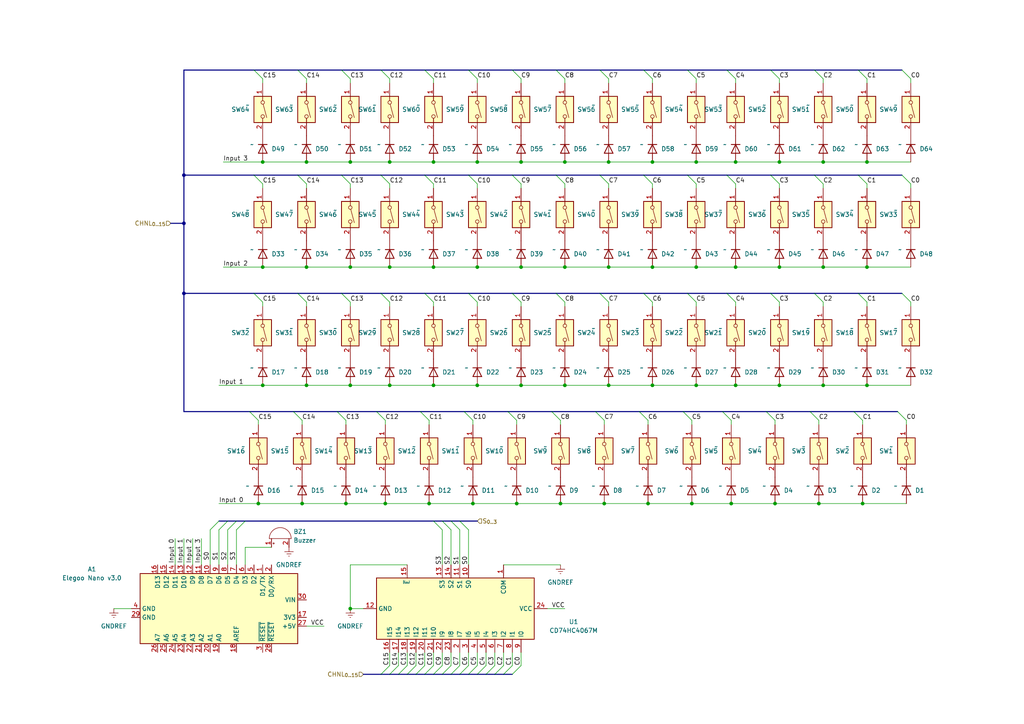
<source format=kicad_sch>
(kicad_sch (version 20230121) (generator eeschema)
  (paper "A4")
  (title_block (title "Arduino Music Sequencer") (date "2024-11-22") (rev "0"))
  (junction (at 53.34 85.09))
  (junction (at 137.16 146.05))
  (junction (at 175.26 146.05))
  (junction (at 101.6 111.76))
  (junction (at 88.9 77.47))
  (junction (at 189.23 77.47))
  (junction (at 251.46 46.99))
  (junction (at 201.93 77.47))
  (junction (at 113.03 111.76))
  (junction (at 213.36 111.76))
  (junction (at 213.36 46.99))
  (junction (at 212.09 146.05))
  (junction (at 201.93 111.76))
  (junction (at 149.86 146.05))
  (junction (at 138.43 77.47))
  (junction (at 87.63 146.05))
  (junction (at 163.83 77.47))
  (junction (at 101.6 176.53))
  (junction (at 238.76 46.99))
  (junction (at 201.93 46.99))
  (junction (at 138.43 111.76))
  (junction (at 88.9 111.76))
  (junction (at 224.79 146.05))
  (junction (at 151.13 77.47))
  (junction (at 111.76 146.05))
  (junction (at 151.13 111.76))
  (junction (at 101.6 77.47))
  (junction (at 176.53 77.47))
  (junction (at 176.53 111.76))
  (junction (at 76.2 46.99))
  (junction (at 76.2 111.76))
  (junction (at 151.13 46.99))
  (junction (at 162.56 146.05))
  (junction (at 125.73 46.99))
  (junction (at 251.46 77.47))
  (junction (at 251.46 111.76))
  (junction (at 163.83 111.76))
  (junction (at 138.43 46.99))
  (junction (at 113.03 46.99))
  (junction (at 53.34 50.8))
  (junction (at 200.66 146.05))
  (junction (at 237.49 146.05))
  (junction (at 226.06 46.99))
  (junction (at 226.06 77.47))
  (junction (at 213.36 77.47))
  (junction (at 124.46 146.05))
  (junction (at 125.73 77.47))
  (junction (at 88.9 46.99))
  (junction (at 163.83 46.99))
  (junction (at 176.53 46.99))
  (junction (at 53.34 64.77))
  (junction (at 226.06 111.76))
  (junction (at 238.76 77.47))
  (junction (at 101.6 46.99))
  (junction (at 187.96 146.05))
  (junction (at 189.23 111.76))
  (junction (at 189.23 46.99))
  (junction (at 238.76 111.76))
  (junction (at 250.19 146.05))
  (junction (at 74.93 146.05))
  (junction (at 113.03 77.47))
  (junction (at 76.2 77.47))
  (junction (at 125.73 111.76))
  (junction (at 100.33 146.05))
  (bus_entry (at 186.69 20.32) (size 2.54 2.54))
  (bus_entry (at 161.29 20.32) (size 2.54 2.54))
  (bus_entry (at 261.62 50.8) (size 2.54 2.54))
  (bus_entry (at 118.11 193.04) (size -2.54 2.54))
  (bus_entry (at 199.39 85.09) (size 2.54 2.54))
  (bus_entry (at 185.42 119.38) (size 2.54 2.54))
  (bus_entry (at 66.04 153.67) (size 2.54 -2.54))
  (bus_entry (at 261.62 20.32) (size 2.54 2.54))
  (bus_entry (at 236.22 50.8) (size 2.54 2.54))
  (bus_entry (at 199.39 50.8) (size 2.54 2.54))
  (bus_entry (at 97.79 119.38) (size 2.54 2.54))
  (bus_entry (at 143.51 193.04) (size -2.54 2.54))
  (bus_entry (at 173.99 20.32) (size 2.54 2.54))
  (bus_entry (at 99.06 85.09) (size 2.54 2.54))
  (bus_entry (at 199.39 20.32) (size 2.54 2.54))
  (bus_entry (at 222.25 119.38) (size 2.54 2.54))
  (bus_entry (at 128.27 193.04) (size -2.54 2.54))
  (bus_entry (at 110.49 85.09) (size 2.54 2.54))
  (bus_entry (at 148.59 50.8) (size 2.54 2.54))
  (bus_entry (at 236.22 85.09) (size 2.54 2.54))
  (bus_entry (at 123.19 20.32) (size 2.54 2.54))
  (bus_entry (at 123.19 193.04) (size -2.54 2.54))
  (bus_entry (at 210.82 85.09) (size 2.54 2.54))
  (bus_entry (at 133.35 193.04) (size -2.54 2.54))
  (bus_entry (at 60.96 153.67) (size 2.54 -2.54))
  (bus_entry (at 110.49 20.32) (size 2.54 2.54))
  (bus_entry (at 234.95 119.38) (size 2.54 2.54))
  (bus_entry (at 248.92 85.09) (size 2.54 2.54))
  (bus_entry (at 85.09 119.38) (size 2.54 2.54))
  (bus_entry (at 138.43 193.04) (size -2.54 2.54))
  (bus_entry (at 173.99 85.09) (size 2.54 2.54))
  (bus_entry (at 120.65 193.04) (size -2.54 2.54))
  (bus_entry (at 123.19 85.09) (size 2.54 2.54))
  (bus_entry (at 147.32 119.38) (size 2.54 2.54))
  (bus_entry (at 247.65 119.38) (size 2.54 2.54))
  (bus_entry (at 151.13 193.04) (size -2.54 2.54))
  (bus_entry (at 134.62 119.38) (size 2.54 2.54))
  (bus_entry (at 86.36 50.8) (size 2.54 2.54))
  (bus_entry (at 209.55 119.38) (size 2.54 2.54))
  (bus_entry (at 186.69 50.8) (size 2.54 2.54))
  (bus_entry (at 135.89 85.09) (size 2.54 2.54))
  (bus_entry (at 133.35 151.13) (size 2.54 2.54))
  (bus_entry (at 73.66 20.32) (size 2.54 2.54))
  (bus_entry (at 161.29 50.8) (size 2.54 2.54))
  (bus_entry (at 198.12 119.38) (size 2.54 2.54))
  (bus_entry (at 172.72 119.38) (size 2.54 2.54))
  (bus_entry (at 73.66 85.09) (size 2.54 2.54))
  (bus_entry (at 148.59 193.04) (size -2.54 2.54))
  (bus_entry (at 130.81 151.13) (size 2.54 2.54))
  (bus_entry (at 223.52 85.09) (size 2.54 2.54))
  (bus_entry (at 210.82 20.32) (size 2.54 2.54))
  (bus_entry (at 72.39 119.38) (size 2.54 2.54))
  (bus_entry (at 260.35 119.38) (size 2.54 2.54))
  (bus_entry (at 125.73 151.13) (size 2.54 2.54))
  (bus_entry (at 110.49 50.8) (size 2.54 2.54))
  (bus_entry (at 160.02 119.38) (size 2.54 2.54))
  (bus_entry (at 73.66 50.8) (size 2.54 2.54))
  (bus_entry (at 135.89 193.04) (size -2.54 2.54))
  (bus_entry (at 99.06 20.32) (size 2.54 2.54))
  (bus_entry (at 63.5 153.67) (size 2.54 -2.54))
  (bus_entry (at 135.89 50.8) (size 2.54 2.54))
  (bus_entry (at 121.92 119.38) (size 2.54 2.54))
  (bus_entry (at 109.22 119.38) (size 2.54 2.54))
  (bus_entry (at 140.97 193.04) (size -2.54 2.54))
  (bus_entry (at 113.03 193.04) (size -2.54 2.54))
  (bus_entry (at 123.19 50.8) (size 2.54 2.54))
  (bus_entry (at 173.99 50.8) (size 2.54 2.54))
  (bus_entry (at 68.58 153.67) (size 2.54 -2.54))
  (bus_entry (at 261.62 85.09) (size 2.54 2.54))
  (bus_entry (at 236.22 20.32) (size 2.54 2.54))
  (bus_entry (at 128.27 151.13) (size 2.54 2.54))
  (bus_entry (at 223.52 20.32) (size 2.54 2.54))
  (bus_entry (at 130.81 193.04) (size -2.54 2.54))
  (bus_entry (at 86.36 20.32) (size 2.54 2.54))
  (bus_entry (at 161.29 85.09) (size 2.54 2.54))
  (bus_entry (at 248.92 20.32) (size 2.54 2.54))
  (bus_entry (at 135.89 20.32) (size 2.54 2.54))
  (bus_entry (at 146.05 193.04) (size -2.54 2.54))
  (bus_entry (at 148.59 85.09) (size 2.54 2.54))
  (bus_entry (at 248.92 50.8) (size 2.54 2.54))
  (bus_entry (at 86.36 85.09) (size 2.54 2.54))
  (bus_entry (at 186.69 85.09) (size 2.54 2.54))
  (bus_entry (at 115.57 193.04) (size -2.54 2.54))
  (bus_entry (at 99.06 50.8) (size 2.54 2.54))
  (bus_entry (at 125.73 193.04) (size -2.54 2.54))
  (bus_entry (at 148.59 20.32) (size 2.54 2.54))
  (bus_entry (at 210.82 50.8) (size 2.54 2.54))
  (bus_entry (at 223.52 50.8) (size 2.54 2.54))
  (wire (pts (xy 123.19 189.23) (xy 123.19 193.04)))
  (wire (pts (xy 138.43 189.23) (xy 138.43 193.04)))
  (bus (pts (xy 135.89 50.8) (xy 148.59 50.8)))
  (wire (pts (xy 64.77 46.99) (xy 76.2 46.99)))
  (bus (pts (xy 247.65 119.38) (xy 260.35 119.38)))
  (bus (pts (xy 172.72 119.38) (xy 185.42 119.38)))
  (bus (pts (xy 185.42 119.38) (xy 198.12 119.38)))
  (wire (pts (xy 238.76 77.47) (xy 251.46 77.47)))
  (bus (pts (xy 110.49 20.32) (xy 123.19 20.32)))
  (wire (pts (xy 212.09 121.92) (xy 212.09 123.19)))
  (wire (pts (xy 133.35 189.23) (xy 133.35 193.04)))
  (wire (pts (xy 146.05 189.23) (xy 146.05 193.04)))
  (wire (pts (xy 176.53 46.99) (xy 189.23 46.99)))
  (bus (pts (xy 123.19 20.32) (xy 135.89 20.32)))
  (wire (pts (xy 163.83 77.47) (xy 176.53 77.47)))
  (bus (pts (xy 125.73 151.13) (xy 128.27 151.13)))
  (wire (pts (xy 264.16 22.86) (xy 264.16 24.13)))
  (wire (pts (xy 125.73 53.34) (xy 125.73 54.61)))
  (bus (pts (xy 248.92 85.09) (xy 261.62 85.09)))
  (wire (pts (xy 149.86 146.05) (xy 162.56 146.05)))
  (bus (pts (xy 146.05 195.58) (xy 148.59 195.58)))
  (wire (pts (xy 158.75 176.53) (xy 163.83 176.53)))
  (wire (pts (xy 133.35 153.67) (xy 133.35 163.83)))
  (wire (pts (xy 212.09 146.05) (xy 224.79 146.05)))
  (bus (pts (xy 236.22 85.09) (xy 248.92 85.09)))
  (wire (pts (xy 113.03 53.34) (xy 113.03 54.61)))
  (bus (pts (xy 148.59 50.8) (xy 161.29 50.8)))
  (wire (pts (xy 101.6 163.83) (xy 101.6 176.53)))
  (bus (pts (xy 161.29 20.32) (xy 173.99 20.32)))
  (wire (pts (xy 113.03 189.23) (xy 113.03 193.04)))
  (wire (pts (xy 64.77 77.47) (xy 76.2 77.47)))
  (wire (pts (xy 251.46 111.76) (xy 264.16 111.76)))
  (wire (pts (xy 189.23 53.34) (xy 189.23 54.61)))
  (bus (pts (xy 110.49 85.09) (xy 123.19 85.09)))
  (wire (pts (xy 200.66 121.92) (xy 200.66 123.19)))
  (wire (pts (xy 138.43 46.99) (xy 151.13 46.99)))
  (wire (pts (xy 226.06 77.47) (xy 238.76 77.47)))
  (wire (pts (xy 113.03 22.86) (xy 113.03 24.13)))
  (wire (pts (xy 55.88 156.21) (xy 55.88 163.83)))
  (wire (pts (xy 151.13 87.63) (xy 151.13 88.9)))
  (bus (pts (xy 223.52 50.8) (xy 236.22 50.8)))
  (wire (pts (xy 251.46 77.47) (xy 264.16 77.47)))
  (wire (pts (xy 111.76 146.05) (xy 124.46 146.05)))
  (wire (pts (xy 138.43 77.47) (xy 151.13 77.47)))
  (bus (pts (xy 123.19 85.09) (xy 135.89 85.09)))
  (wire (pts (xy 88.9 111.76) (xy 101.6 111.76)))
  (wire (pts (xy 213.36 87.63) (xy 213.36 88.9)))
  (wire (pts (xy 87.63 121.92) (xy 87.63 123.19)))
  (bus (pts (xy 53.34 119.38) (xy 72.39 119.38)))
  (bus (pts (xy 120.65 195.58) (xy 123.19 195.58)))
  (bus (pts (xy 198.12 119.38) (xy 209.55 119.38)))
  (wire (pts (xy 138.43 87.63) (xy 138.43 88.9)))
  (bus (pts (xy 110.49 50.8) (xy 123.19 50.8)))
  (wire (pts (xy 128.27 189.23) (xy 128.27 193.04)))
  (bus (pts (xy 134.62 119.38) (xy 147.32 119.38)))
  (wire (pts (xy 113.03 46.99) (xy 125.73 46.99)))
  (bus (pts (xy 85.09 119.38) (xy 97.79 119.38)))
  (wire (pts (xy 115.57 189.23) (xy 115.57 193.04)))
  (wire (pts (xy 238.76 53.34) (xy 238.76 54.61)))
  (wire (pts (xy 176.53 87.63) (xy 176.53 88.9)))
  (wire (pts (xy 135.89 153.67) (xy 135.89 163.83)))
  (wire (pts (xy 224.79 146.05) (xy 237.49 146.05)))
  (wire (pts (xy 213.36 46.99) (xy 226.06 46.99)))
  (wire (pts (xy 201.93 111.76) (xy 213.36 111.76)))
  (wire (pts (xy 148.59 189.23) (xy 148.59 193.04)))
  (wire (pts (xy 151.13 77.47) (xy 163.83 77.47)))
  (bus (pts (xy 133.35 151.13) (xy 138.43 151.13)))
  (wire (pts (xy 76.2 111.76) (xy 88.9 111.76)))
  (wire (pts (xy 74.93 146.05) (xy 87.63 146.05)))
  (wire (pts (xy 163.83 87.63) (xy 163.83 88.9)))
  (wire (pts (xy 71.12 158.75) (xy 78.74 158.75)))
  (wire (pts (xy 124.46 146.05) (xy 137.16 146.05)))
  (wire (pts (xy 76.2 22.86) (xy 76.2 24.13)))
  (wire (pts (xy 151.13 189.23) (xy 151.13 193.04)))
  (bus (pts (xy 123.19 195.58) (xy 125.73 195.58)))
  (bus (pts (xy 99.06 20.32) (xy 110.49 20.32)))
  (bus (pts (xy 63.5 151.13) (xy 66.04 151.13)))
  (wire (pts (xy 187.96 121.92) (xy 187.96 123.19)))
  (wire (pts (xy 76.2 53.34) (xy 76.2 54.61)))
  (wire (pts (xy 163.83 22.86) (xy 163.83 24.13)))
  (bus (pts (xy 173.99 20.32) (xy 186.69 20.32)))
  (wire (pts (xy 176.53 22.86) (xy 176.53 24.13)))
  (bus (pts (xy 186.69 85.09) (xy 199.39 85.09)))
  (wire (pts (xy 213.36 53.34) (xy 213.36 54.61)))
  (wire (pts (xy 251.46 87.63) (xy 251.46 88.9)))
  (wire (pts (xy 162.56 121.92) (xy 162.56 123.19)))
  (bus (pts (xy 186.69 50.8) (xy 199.39 50.8)))
  (wire (pts (xy 100.33 146.05) (xy 111.76 146.05)))
  (bus (pts (xy 173.99 50.8) (xy 186.69 50.8)))
  (wire (pts (xy 213.36 111.76) (xy 226.06 111.76)))
  (wire (pts (xy 101.6 46.99) (xy 113.03 46.99)))
  (wire (pts (xy 113.03 87.63) (xy 113.03 88.9)))
  (wire (pts (xy 120.65 189.23) (xy 120.65 193.04)))
  (wire (pts (xy 138.43 111.76) (xy 151.13 111.76)))
  (wire (pts (xy 66.04 153.67) (xy 66.04 163.83)))
  (bus (pts (xy 53.34 20.32) (xy 73.66 20.32)))
  (wire (pts (xy 251.46 46.99) (xy 264.16 46.99)))
  (wire (pts (xy 250.19 121.92) (xy 250.19 123.19)))
  (wire (pts (xy 138.43 22.86) (xy 138.43 24.13)))
  (wire (pts (xy 201.93 46.99) (xy 213.36 46.99)))
  (wire (pts (xy 125.73 46.99) (xy 138.43 46.99)))
  (wire (pts (xy 63.5 111.76) (xy 76.2 111.76)))
  (wire (pts (xy 68.58 153.67) (xy 68.58 163.83)))
  (bus (pts (xy 161.29 85.09) (xy 173.99 85.09)))
  (bus (pts (xy 135.89 85.09) (xy 148.59 85.09)))
  (bus (pts (xy 138.43 195.58) (xy 140.97 195.58)))
  (bus (pts (xy 49.53 64.77) (xy 53.34 64.77)))
  (wire (pts (xy 189.23 77.47) (xy 201.93 77.47)))
  (bus (pts (xy 199.39 85.09) (xy 210.82 85.09)))
  (bus (pts (xy 186.69 20.32) (xy 199.39 20.32)))
  (bus (pts (xy 248.92 20.32) (xy 261.62 20.32)))
  (bus (pts (xy 72.39 119.38) (xy 85.09 119.38)))
  (wire (pts (xy 88.9 181.61) (xy 93.98 181.61)))
  (wire (pts (xy 33.02 176.53) (xy 38.1 176.53)))
  (wire (pts (xy 125.73 189.23) (xy 125.73 193.04)))
  (bus (pts (xy 161.29 50.8) (xy 173.99 50.8)))
  (wire (pts (xy 238.76 111.76) (xy 251.46 111.76)))
  (wire (pts (xy 163.83 53.34) (xy 163.83 54.61)))
  (wire (pts (xy 128.27 153.67) (xy 128.27 163.83)))
  (wire (pts (xy 162.56 146.05) (xy 175.26 146.05)))
  (wire (pts (xy 189.23 111.76) (xy 201.93 111.76)))
  (wire (pts (xy 76.2 77.47) (xy 88.9 77.47)))
  (wire (pts (xy 238.76 46.99) (xy 251.46 46.99)))
  (bus (pts (xy 86.36 50.8) (xy 99.06 50.8)))
  (wire (pts (xy 125.73 87.63) (xy 125.73 88.9)))
  (wire (pts (xy 250.19 146.05) (xy 262.89 146.05)))
  (bus (pts (xy 248.92 50.8) (xy 261.62 50.8)))
  (wire (pts (xy 88.9 77.47) (xy 101.6 77.47)))
  (bus (pts (xy 53.34 20.32) (xy 53.34 50.8)))
  (bus (pts (xy 223.52 20.32) (xy 236.22 20.32)))
  (bus (pts (xy 133.35 195.58) (xy 135.89 195.58)))
  (wire (pts (xy 124.46 121.92) (xy 124.46 123.19)))
  (wire (pts (xy 137.16 146.05) (xy 149.86 146.05)))
  (bus (pts (xy 128.27 195.58) (xy 130.81 195.58)))
  (bus (pts (xy 148.59 20.32) (xy 161.29 20.32)))
  (bus (pts (xy 53.34 85.09) (xy 73.66 85.09)))
  (wire (pts (xy 140.97 189.23) (xy 140.97 193.04)))
  (bus (pts (xy 66.04 151.13) (xy 68.58 151.13)))
  (wire (pts (xy 189.23 87.63) (xy 189.23 88.9)))
  (wire (pts (xy 101.6 163.83) (xy 118.11 163.83)))
  (wire (pts (xy 226.06 111.76) (xy 238.76 111.76)))
  (bus (pts (xy 73.66 20.32) (xy 86.36 20.32)))
  (wire (pts (xy 251.46 53.34) (xy 251.46 54.61)))
  (wire (pts (xy 237.49 121.92) (xy 237.49 123.19)))
  (wire (pts (xy 101.6 176.53) (xy 105.41 176.53)))
  (wire (pts (xy 76.2 87.63) (xy 76.2 88.9)))
  (wire (pts (xy 213.36 22.86) (xy 213.36 24.13)))
  (wire (pts (xy 201.93 53.34) (xy 201.93 54.61)))
  (bus (pts (xy 123.19 50.8) (xy 135.89 50.8)))
  (bus (pts (xy 199.39 20.32) (xy 210.82 20.32)))
  (bus (pts (xy 143.51 195.58) (xy 146.05 195.58)))
  (wire (pts (xy 176.53 111.76) (xy 189.23 111.76)))
  (bus (pts (xy 68.58 151.13) (xy 71.12 151.13)))
  (bus (pts (xy 115.57 195.58) (xy 118.11 195.58)))
  (wire (pts (xy 137.16 121.92) (xy 137.16 123.19)))
  (bus (pts (xy 99.06 50.8) (xy 110.49 50.8)))
  (wire (pts (xy 264.16 53.34) (xy 264.16 54.61)))
  (wire (pts (xy 101.6 111.76) (xy 113.03 111.76)))
  (bus (pts (xy 210.82 20.32) (xy 223.52 20.32)))
  (wire (pts (xy 74.93 121.92) (xy 74.93 123.19)))
  (wire (pts (xy 101.6 53.34) (xy 101.6 54.61)))
  (wire (pts (xy 138.43 53.34) (xy 138.43 54.61)))
  (wire (pts (xy 111.76 121.92) (xy 111.76 123.19)))
  (wire (pts (xy 237.49 146.05) (xy 250.19 146.05)))
  (wire (pts (xy 262.89 121.92) (xy 262.89 123.19)))
  (wire (pts (xy 176.53 53.34) (xy 176.53 54.61)))
  (wire (pts (xy 125.73 22.86) (xy 125.73 24.13)))
  (wire (pts (xy 226.06 87.63) (xy 226.06 88.9)))
  (wire (pts (xy 100.33 121.92) (xy 100.33 123.19)))
  (wire (pts (xy 63.5 146.05) (xy 74.93 146.05)))
  (wire (pts (xy 135.89 189.23) (xy 135.89 193.04)))
  (wire (pts (xy 187.96 146.05) (xy 200.66 146.05)))
  (bus (pts (xy 135.89 195.58) (xy 138.43 195.58)))
  (bus (pts (xy 118.11 195.58) (xy 120.65 195.58)))
  (bus (pts (xy 109.22 119.38) (xy 121.92 119.38)))
  (wire (pts (xy 238.76 87.63) (xy 238.76 88.9)))
  (wire (pts (xy 226.06 53.34) (xy 226.06 54.61)))
  (bus (pts (xy 73.66 85.09) (xy 86.36 85.09)))
  (wire (pts (xy 238.76 22.86) (xy 238.76 24.13)))
  (bus (pts (xy 130.81 195.58) (xy 133.35 195.58)))
  (wire (pts (xy 113.03 77.47) (xy 125.73 77.47)))
  (wire (pts (xy 251.46 22.86) (xy 251.46 24.13)))
  (wire (pts (xy 201.93 77.47) (xy 213.36 77.47)))
  (bus (pts (xy 53.34 85.09) (xy 53.34 119.38)))
  (bus (pts (xy 53.34 50.8) (xy 73.66 50.8)))
  (wire (pts (xy 189.23 22.86) (xy 189.23 24.13)))
  (wire (pts (xy 58.42 156.21) (xy 58.42 163.83)))
  (bus (pts (xy 105.41 195.58) (xy 110.49 195.58)))
  (wire (pts (xy 151.13 22.86) (xy 151.13 24.13)))
  (wire (pts (xy 175.26 121.92) (xy 175.26 123.19)))
  (wire (pts (xy 151.13 53.34) (xy 151.13 54.61)))
  (bus (pts (xy 53.34 64.77) (xy 53.34 85.09)))
  (bus (pts (xy 209.55 119.38) (xy 222.25 119.38)))
  (bus (pts (xy 110.49 195.58) (xy 113.03 195.58)))
  (bus (pts (xy 236.22 50.8) (xy 248.92 50.8)))
  (bus (pts (xy 199.39 50.8) (xy 210.82 50.8)))
  (wire (pts (xy 118.11 189.23) (xy 118.11 193.04)))
  (wire (pts (xy 151.13 46.99) (xy 163.83 46.99)))
  (bus (pts (xy 86.36 85.09) (xy 99.06 85.09)))
  (wire (pts (xy 264.16 87.63) (xy 264.16 88.9)))
  (wire (pts (xy 189.23 46.99) (xy 201.93 46.99)))
  (wire (pts (xy 163.83 46.99) (xy 176.53 46.99)))
  (wire (pts (xy 130.81 153.67) (xy 130.81 163.83)))
  (bus (pts (xy 130.81 151.13) (xy 133.35 151.13)))
  (wire (pts (xy 125.73 77.47) (xy 138.43 77.47)))
  (wire (pts (xy 143.51 189.23) (xy 143.51 193.04)))
  (wire (pts (xy 101.6 22.86) (xy 101.6 24.13)))
  (wire (pts (xy 213.36 77.47) (xy 226.06 77.47)))
  (wire (pts (xy 88.9 53.34) (xy 88.9 54.61)))
  (bus (pts (xy 210.82 50.8) (xy 223.52 50.8)))
  (wire (pts (xy 101.6 87.63) (xy 101.6 88.9)))
  (wire (pts (xy 63.5 153.67) (xy 63.5 163.83)))
  (bus (pts (xy 128.27 151.13) (xy 130.81 151.13)))
  (wire (pts (xy 163.83 111.76) (xy 176.53 111.76)))
  (wire (pts (xy 201.93 87.63) (xy 201.93 88.9)))
  (bus (pts (xy 86.36 20.32) (xy 99.06 20.32)))
  (bus (pts (xy 236.22 20.32) (xy 248.92 20.32)))
  (wire (pts (xy 113.03 111.76) (xy 125.73 111.76)))
  (wire (pts (xy 151.13 111.76) (xy 163.83 111.76)))
  (wire (pts (xy 60.96 153.67) (xy 60.96 163.83)))
  (bus (pts (xy 173.99 85.09) (xy 186.69 85.09)))
  (wire (pts (xy 201.93 22.86) (xy 201.93 24.13)))
  (bus (pts (xy 160.02 119.38) (xy 172.72 119.38)))
  (bus (pts (xy 113.03 195.58) (xy 115.57 195.58)))
  (wire (pts (xy 125.73 111.76) (xy 138.43 111.76)))
  (wire (pts (xy 88.9 87.63) (xy 88.9 88.9)))
  (bus (pts (xy 234.95 119.38) (xy 247.65 119.38)))
  (bus (pts (xy 147.32 119.38) (xy 160.02 119.38)))
  (bus (pts (xy 148.59 85.09) (xy 161.29 85.09)))
  (wire (pts (xy 149.86 121.92) (xy 149.86 123.19)))
  (bus (pts (xy 97.79 119.38) (xy 109.22 119.38)))
  (wire (pts (xy 50.8 156.21) (xy 50.8 163.83)))
  (bus (pts (xy 73.66 50.8) (xy 86.36 50.8)))
  (bus (pts (xy 223.52 85.09) (xy 236.22 85.09)))
  (bus (pts (xy 125.73 195.58) (xy 128.27 195.58)))
  (wire (pts (xy 76.2 46.99) (xy 88.9 46.99)))
  (wire (pts (xy 224.79 121.92) (xy 224.79 123.19)))
  (bus (pts (xy 53.34 50.8) (xy 53.34 64.77)))
  (wire (pts (xy 88.9 22.86) (xy 88.9 24.13)))
  (wire (pts (xy 226.06 22.86) (xy 226.06 24.13)))
  (bus (pts (xy 210.82 85.09) (xy 223.52 85.09)))
  (wire (pts (xy 101.6 77.47) (xy 113.03 77.47)))
  (wire (pts (xy 130.81 189.23) (xy 130.81 193.04)))
  (bus (pts (xy 99.06 85.09) (xy 110.49 85.09)))
  (bus (pts (xy 222.25 119.38) (xy 234.95 119.38)))
  (bus (pts (xy 71.12 151.13) (xy 125.73 151.13)))
  (wire (pts (xy 53.34 156.21) (xy 53.34 163.83)))
  (wire (pts (xy 71.12 158.75) (xy 71.12 163.83)))
  (bus (pts (xy 121.92 119.38) (xy 134.62 119.38)))
  (wire (pts (xy 200.66 146.05) (xy 212.09 146.05)))
  (bus (pts (xy 135.89 20.32) (xy 148.59 20.32)))
  (wire (pts (xy 88.9 46.99) (xy 101.6 46.99)))
  (bus (pts (xy 140.97 195.58) (xy 143.51 195.58)))
  (wire (pts (xy 87.63 146.05) (xy 100.33 146.05)))
  (wire (pts (xy 146.05 163.83) (xy 162.56 163.83)))
  (wire (pts (xy 175.26 146.05) (xy 187.96 146.05)))
  (wire (pts (xy 226.06 46.99) (xy 238.76 46.99)))
  (wire (pts (xy 176.53 77.47) (xy 189.23 77.47)))
  (label "C4" (at 213.36 53.34 0))
  (label "C9" (at 128.27 193.04 90))
  (label "C3" (at 226.06 22.86 0))
  (label "C14" (at 87.63 121.92 0))
  (label "C14" (at 88.9 53.34 0))
  (label "C9" (at 151.13 53.34 0))
  (label "S3" (at 128.27 163.83 90))
  (label "C3" (at 226.06 53.34 0))
  (label "C13" (at 101.6 87.63 0))
  (label "C6" (at 189.23 22.86 0))
  (label "C10" (at 138.43 22.86 0))
  (label "C7" (at 176.53 87.63 0))
  (label "C12" (at 113.03 53.34 0))
  (label "C12" (at 120.65 193.04 90))
  (label "C10" (at 137.16 121.92 0))
  (label "C11" (at 125.73 87.63 0))
  (label "C9" (at 151.13 87.63 0))
  (label "C15" (at 113.03 193.04 90))
  (label "Input 0" (at 50.8 156.21 270))
  (label "C15" (at 74.93 121.92 0))
  (label "C8" (at 163.83 87.63 0))
  (label "C14" (at 115.57 193.04 90))
  (label "C2" (at 238.76 22.86 0))
  (label "C9" (at 151.13 22.86 0))
  (label "S2" (at 130.81 163.83 90))
  (label "C5" (at 201.93 22.86 0))
  (label "Input 3" (at 58.42 156.21 270))
  (label "C0" (at 262.89 121.92 0))
  (label "C8" (at 130.81 193.04 90))
  (label "C0" (at 264.16 22.86 0))
  (label "C0" (at 264.16 53.34 0))
  (label "C7" (at 176.53 53.34 0))
  (label "S1" (at 63.5 162.56 90))
  (label "C4" (at 212.09 121.92 0))
  (label "C14" (at 88.9 22.86 0))
  (label "C4" (at 213.36 87.63 0))
  (label "C15" (at 76.2 87.63 0))
  (label "C13" (at 118.11 193.04 90))
  (label "C3" (at 224.79 121.92 0))
  (label "C11" (at 125.73 22.86 0))
  (label "C13" (at 101.6 53.34 0))
  (label "C15" (at 76.2 22.86 0))
  (label "C7" (at 175.26 121.92 0))
  (label "C5" (at 201.93 87.63 0))
  (label "C5" (at 201.93 53.34 0))
  (label "Input 1" (at 53.34 156.21 270))
  (label "C6" (at 189.23 53.34 0))
  (label "C10" (at 138.43 87.63 0))
  (label "C13" (at 100.33 121.92 0))
  (label "C6" (at 135.89 193.04 90))
  (label "C11" (at 124.46 121.92 0))
  (label "C11" (at 125.73 53.34 0))
  (label "C1" (at 251.46 87.63 0))
  (label "Input 1" (at 63.5 111.76 0))
  (label "VCC" (at 93.98 181.61 180))
  (label "C9" (at 149.86 121.92 0))
  (label "S2" (at 66.04 162.56 90))
  (label "C4" (at 213.36 22.86 0))
  (label "Input 2" (at 64.77 77.47 0))
  (label "C12" (at 113.03 87.63 0))
  (label "C11" (at 123.19 193.04 90))
  (label "C1" (at 251.46 22.86 0))
  (label "C2" (at 238.76 53.34 0))
  (label "C12" (at 111.76 121.92 0))
  (label "S1" (at 133.35 163.83 90))
  (label "C0" (at 264.16 87.63 0))
  (label "Input 3" (at 64.77 46.99 0))
  (label "C7" (at 176.53 22.86 0))
  (label "C1" (at 251.46 53.34 0))
  (label "C6" (at 189.23 87.63 0))
  (label "C2" (at 237.49 121.92 0))
  (label "C2" (at 238.76 87.63 0))
  (label "C15" (at 76.2 53.34 0))
  (label "Input 0" (at 63.5 146.05 0))
  (label "C12" (at 113.03 22.86 0))
  (label "C2" (at 146.05 193.04 90))
  (label "C3" (at 226.06 87.63 0))
  (label "C7" (at 133.35 193.04 90))
  (label "C4" (at 140.97 193.04 90))
  (label "C10" (at 138.43 53.34 0))
  (label "C8" (at 162.56 121.92 0))
  (label "C1" (at 148.59 193.04 90))
  (label "C8" (at 163.83 53.34 0))
  (label "C6" (at 187.96 121.92 0))
  (label "C14" (at 88.9 87.63 0))
  (label "C1" (at 250.19 121.92 0))
  (label "C5" (at 200.66 121.92 0))
  (label "S0" (at 135.89 163.83 90))
  (label "S3" (at 68.58 162.56 90))
  (label "C13" (at 101.6 22.86 0))
  (label "C0" (at 151.13 193.04 90))
  (label "C3" (at 143.51 193.04 90))
  (label "VCC" (at 163.83 176.53 180))
  (label "C5" (at 138.43 193.04 90))
  (label "C10" (at 125.73 193.04 90))
  (label "Input 2" (at 55.88 156.21 270))
  (label "S0" (at 60.96 162.56 90))
  (label "C8" (at 163.83 22.86 0))
  (hierarchical_label "CHNL_{0..15}" (shape input) (at 49.53 64.77 180))
  (hierarchical_label "CHNL_{0..15}" (shape input) (at 105.41 195.58 180))
  (hierarchical_label "S_{0..3}" (shape input) (at 138.43 151.13 0))
  (symbol (lib_id "Switch:SW_DIP_x01") (at 113.03 96.52 270) (unit 1)
    (property "Reference" "SW29" (at 109.22 96.52 90) (effects (justify right)))
    (property "Value" "~" (at 109.22 95.25 90) (effects (justify right)))
  )
  (symbol (lib_id "Switch:SW_DIP_x01") (at 262.89 130.81 270) (unit 1)
    (property "Reference" "SW1" (at 259.08 130.81 90) (effects (justify right)))
    (property "Value" "~" (at 259.08 129.54 90) (effects (justify right)))
  )
  (symbol (lib_id "Switch:SW_DIP_x01") (at 226.06 96.52 270) (unit 1)
    (property "Reference" "SW20" (at 222.25 96.52 90) (effects (justify right)))
    (property "Value" "~" (at 222.25 95.25 90) (effects (justify right)))
  )
  (symbol (lib_id "Switch:SW_DIP_x01") (at 250.19 130.81 270) (unit 1)
    (property "Reference" "SW2" (at 246.38 130.81 90) (effects (justify right)))
    (property "Value" "~" (at 246.38 129.54 90) (effects (justify right)))
  )
  (symbol (lib_id "Switch:SW_DIP_x01") (at 238.76 96.52 270) (unit 1)
    (property "Reference" "SW19" (at 234.95 96.52 90) (effects (justify right)))
    (property "Value" "~" (at 234.95 95.25 90) (effects (justify right)))
  )
  (symbol (lib_id "Diode:1N914") (at 189.23 73.66 270) (unit 1)
    (property "Reference" "D42" (at 191.77 73.66 90) (effects (justify left)))
    (property "Value" "~" (at 186.69 72.39 90) (effects (justify right)))
    (property "Footprint" "Diode_THT:D_DO-35_SOD27_P7.62mm_Horizontal" (effects hide))
    (property "Datasheet" "http://www.vishay.com/docs/85622/1n914.pdf" (effects hide))
    (property "Sim.Device" "D" (effects hide))
    (property "Sim.Pins" "1=K 2=A" (effects hide))
  )
  (symbol (lib_id "Switch:SW_DIP_x01") (at 163.83 96.52 270) (unit 1)
    (property "Reference" "SW25" (at 160.02 96.52 90) (effects (justify right)))
    (property "Value" "~" (at 160.02 95.25 90) (effects (justify right)))
  )
  (symbol (lib_id "Diode:1N914") (at 74.93 142.24 270) (unit 1)
    (property "Reference" "D16" (at 77.47 142.24 90) (effects (justify left)))
    (property "Value" "~" (at 72.39 140.97 90) (effects (justify right)))
    (property "Footprint" "Diode_THT:D_DO-35_SOD27_P7.62mm_Horizontal" (effects hide))
    (property "Datasheet" "http://www.vishay.com/docs/85622/1n914.pdf" (effects hide))
    (property "Sim.Device" "D" (effects hide))
    (property "Sim.Pins" "1=K 2=A" (effects hide))
  )
  (symbol (lib_id "Diode:1N914") (at 213.36 107.95 270) (unit 1)
    (property "Reference" "D28" (at 215.9 107.95 90) (effects (justify left)))
    (property "Value" "~" (at 210.82 106.68 90) (effects (justify right)))
    (property "Footprint" "Diode_THT:D_DO-35_SOD27_P7.62mm_Horizontal" (effects hide))
    (property "Datasheet" "http://www.vishay.com/docs/85622/1n914.pdf" (effects hide))
    (property "Sim.Device" "D" (effects hide))
    (property "Sim.Pins" "1=K 2=A" (effects hide))
  )
  (symbol (lib_id "Switch:SW_DIP_x01") (at 113.03 31.75 270) (unit 1)
    (property "Reference" "SW61" (at 109.22 31.75 90) (effects (justify right)))
    (property "Value" "~" (at 109.22 30.48 90) (effects (justify right)))
  )
  (symbol (lib_id "Switch:SW_DIP_x01") (at 200.66 130.81 270) (unit 1)
    (property "Reference" "SW6" (at 196.85 130.81 90) (effects (justify right)))
    (property "Value" "~" (at 196.85 129.54 90) (effects (justify right)))
  )
  (symbol (lib_id "Diode:1N914") (at 251.46 73.66 270) (unit 1)
    (property "Reference" "D47" (at 254 73.66 90) (effects (justify left)))
    (property "Value" "~" (at 248.92 72.39 90) (effects (justify right)))
    (property "Footprint" "Diode_THT:D_DO-35_SOD27_P7.62mm_Horizontal" (effects hide))
    (property "Datasheet" "http://www.vishay.com/docs/85622/1n914.pdf" (effects hide))
    (property "Sim.Device" "D" (effects hide))
    (property "Sim.Pins" "1=K 2=A" (effects hide))
  )
  (symbol (lib_id "Switch:SW_DIP_x01") (at 111.76 130.81 270) (unit 1)
    (property "Reference" "SW13" (at 107.95 130.81 90) (effects (justify right)))
    (property "Value" "~" (at 107.95 129.54 90) (effects (justify right)))
  )
  (symbol (lib_id "Diode:1N914") (at 264.16 107.95 270) (unit 1)
    (property "Reference" "D32" (at 266.7 107.95 90) (effects (justify left)))
    (property "Value" "~" (at 261.62 106.68 90) (effects (justify right)))
    (property "Footprint" "Diode_THT:D_DO-35_SOD27_P7.62mm_Horizontal" (effects hide))
    (property "Datasheet" "http://www.vishay.com/docs/85622/1n914.pdf" (effects hide))
    (property "Sim.Device" "D" (effects hide))
    (property "Sim.Pins" "1=K 2=A" (effects hide))
  )
  (symbol (lib_id "Diode:1N914") (at 125.73 43.18 270) (unit 1)
    (property "Reference" "D53" (at 128.27 43.18 90) (effects (justify left)))
    (property "Value" "~" (at 123.19 41.91 90) (effects (justify right)))
    (property "Footprint" "Diode_THT:D_DO-35_SOD27_P7.62mm_Horizontal" (effects hide))
    (property "Datasheet" "http://www.vishay.com/docs/85622/1n914.pdf" (effects hide))
    (property "Sim.Device" "D" (effects hide))
    (property "Sim.Pins" "1=K 2=A" (effects hide))
  )
  (symbol (lib_id "Switch:SW_DIP_x01") (at 151.13 62.23 270) (unit 1)
    (property "Reference" "SW42" (at 147.32 62.23 90) (effects (justify right)))
    (property "Value" "~" (at 147.32 60.96 90) (effects (justify right)))
  )
  (symbol (lib_id "Switch:SW_DIP_x01") (at 151.13 31.75 270) (unit 1)
    (property "Reference" "SW58" (at 147.32 31.75 90) (effects (justify right)))
    (property "Value" "~" (at 147.32 30.48 90) (effects (justify right)))
  )
  (symbol (lib_id "Switch:SW_DIP_x01") (at 201.93 62.23 270) (unit 1)
    (property "Reference" "SW38" (at 198.12 62.23 90) (effects (justify right)))
    (property "Value" "~" (at 198.12 60.96 90) (effects (justify right)))
  )
  (symbol (lib_id "power:GNDREF") (at 33.02 176.53 0) (unit 1)
    (property "Reference" "#PWR01" (effects hide))
    (property "Value" "GNDREF" (at 33.02 181.61 0))
  )
  (symbol (lib_id "Switch:SW_DIP_x01") (at 238.76 62.23 270) (unit 1)
    (property "Reference" "SW35" (at 234.95 62.23 90) (effects (justify right)))
    (property "Value" "~" (at 234.95 60.96 90) (effects (justify right)))
  )
  (symbol (lib_id "Switch:SW_DIP_x01") (at 76.2 62.23 270) (unit 1)
    (property "Reference" "SW48" (at 72.39 62.23 90) (effects (justify right)))
    (property "Value" "~" (at 72.39 60.96 90) (effects (justify right)))
  )
  (symbol (lib_id "Diode:1N914") (at 224.79 142.24 270) (unit 1)
    (property "Reference" "D4" (at 227.33 142.24 90) (effects (justify left)))
    (property "Value" "~" (at 222.25 140.97 90) (effects (justify right)))
    (property "Footprint" "Diode_THT:D_DO-35_SOD27_P7.62mm_Horizontal" (effects hide))
    (property "Datasheet" "http://www.vishay.com/docs/85622/1n914.pdf" (effects hide))
    (property "Sim.Device" "D" (effects hide))
    (property "Sim.Pins" "1=K 2=A" (effects hide))
  )
  (symbol (lib_id "Switch:SW_DIP_x01") (at 100.33 130.81 270) (unit 1)
    (property "Reference" "SW14" (at 96.52 130.81 90) (effects (justify right)))
    (property "Value" "~" (at 96.52 129.54 90) (effects (justify right)))
  )
  (symbol (lib_id "Switch:SW_DIP_x01") (at 189.23 96.52 270) (unit 1)
    (property "Reference" "SW23" (at 185.42 96.52 90) (effects (justify right)))
    (property "Value" "~" (at 185.42 95.25 90) (effects (justify right)))
  )
  (symbol (lib_id "Switch:SW_DIP_x01") (at 213.36 31.75 270) (unit 1)
    (property "Reference" "SW53" (at 209.55 31.75 90) (effects (justify right)))
    (property "Value" "~" (at 209.55 30.48 90) (effects (justify right)))
  )
  (symbol (lib_id "Switch:SW_DIP_x01") (at 125.73 96.52 270) (unit 1)
    (property "Reference" "SW28" (at 121.92 96.52 90) (effects (justify right)))
    (property "Value" "~" (at 121.92 95.25 90) (effects (justify right)))
  )
  (symbol (lib_id "Diode:1N914") (at 238.76 73.66 270) (unit 1)
    (property "Reference" "D46" (at 241.3 73.66 90) (effects (justify left)))
    (property "Value" "~" (at 236.22 72.39 90) (effects (justify right)))
    (property "Footprint" "Diode_THT:D_DO-35_SOD27_P7.62mm_Horizontal" (effects hide))
    (property "Datasheet" "http://www.vishay.com/docs/85622/1n914.pdf" (effects hide))
    (property "Sim.Device" "D" (effects hide))
    (property "Sim.Pins" "1=K 2=A" (effects hide))
  )
  (symbol (lib_id "Diode:1N914") (at 76.2 107.95 270) (unit 1)
    (property "Reference" "D17" (at 78.74 107.95 90) (effects (justify left)))
    (property "Value" "~" (at 73.66 106.68 90) (effects (justify right)))
    (property "Footprint" "Diode_THT:D_DO-35_SOD27_P7.62mm_Horizontal" (effects hide))
    (property "Datasheet" "http://www.vishay.com/docs/85622/1n914.pdf" (effects hide))
    (property "Sim.Device" "D" (effects hide))
    (property "Sim.Pins" "1=K 2=A" (effects hide))
  )
  (symbol (lib_id "Switch:SW_DIP_x01") (at 87.63 130.81 270) (unit 1)
    (property "Reference" "SW15" (at 83.82 130.81 90) (effects (justify right)))
    (property "Value" "~" (at 83.82 129.54 90) (effects (justify right)))
  )
  (symbol (lib_id "Diode:1N914") (at 226.06 43.18 270) (unit 1)
    (property "Reference" "D61" (at 228.6 43.18 90) (effects (justify left)))
    (property "Value" "~" (at 223.52 41.91 90) (effects (justify right)))
    (property "Footprint" "Diode_THT:D_DO-35_SOD27_P7.62mm_Horizontal" (effects hide))
    (property "Datasheet" "http://www.vishay.com/docs/85622/1n914.pdf" (effects hide))
    (property "Sim.Device" "D" (effects hide))
    (property "Sim.Pins" "1=K 2=A" (effects hide))
  )
  (symbol (lib_id "Diode:1N914") (at 201.93 73.66 270) (unit 1)
    (property "Reference" "D43" (at 204.47 73.66 90) (effects (justify left)))
    (property "Value" "~" (at 199.39 72.39 90) (effects (justify right)))
    (property "Footprint" "Diode_THT:D_DO-35_SOD27_P7.62mm_Horizontal" (effects hide))
    (property "Datasheet" "http://www.vishay.com/docs/85622/1n914.pdf" (effects hide))
    (property "Sim.Device" "D" (effects hide))
    (property "Sim.Pins" "1=K 2=A" (effects hide))
  )
  (symbol (lib_id "Diode:1N914") (at 213.36 73.66 270) (unit 1)
    (property "Reference" "D44" (at 215.9 73.66 90) (effects (justify left)))
    (property "Value" "~" (at 210.82 72.39 90) (effects (justify right)))
    (property "Footprint" "Diode_THT:D_DO-35_SOD27_P7.62mm_Horizontal" (effects hide))
    (property "Datasheet" "http://www.vishay.com/docs/85622/1n914.pdf" (effects hide))
    (property "Sim.Device" "D" (effects hide))
    (property "Sim.Pins" "1=K 2=A" (effects hide))
  )
  (symbol (lib_id "Switch:SW_DIP_x01") (at 163.83 62.23 270) (unit 1)
    (property "Reference" "SW41" (at 160.02 62.23 90) (effects (justify right)))
    (property "Value" "~" (at 160.02 60.96 90) (effects (justify right)))
  )
  (symbol (lib_id "Switch:SW_DIP_x01") (at 163.83 31.75 270) (unit 1)
    (property "Reference" "SW57" (at 160.02 31.75 90) (effects (justify right)))
    (property "Value" "~" (at 160.02 30.48 90) (effects (justify right)))
  )
  (symbol (lib_id "MCU_Module:Arduino_Nano_v3.x") (at 63.5 176.53 270) (unit 1)
    (property "Reference" "A1" (at 26.67 165.1 90))
    (property "Value" "Elegoo Nano v3.0" (at 26.67 167.64 90))
    (property "Footprint" "Module:Arduino_Nano" (effects hide))
    (property "Datasheet" "http://www.mouser.com/pdfdocs/Gravitech_Arduino_Nano3_0.pdf" (effects hide))
  )
  (symbol (lib_id "Diode:1N914") (at 100.33 142.24 270) (unit 1)
    (property "Reference" "D14" (at 102.87 142.24 90) (effects (justify left)))
    (property "Value" "~" (at 97.79 140.97 90) (effects (justify right)))
    (property "Footprint" "Diode_THT:D_DO-35_SOD27_P7.62mm_Horizontal" (effects hide))
    (property "Datasheet" "http://www.vishay.com/docs/85622/1n914.pdf" (effects hide))
    (property "Sim.Device" "D" (effects hide))
    (property "Sim.Pins" "1=K 2=A" (effects hide))
  )
  (symbol (lib_id "Switch:SW_DIP_x01") (at 124.46 130.81 270) (unit 1)
    (property "Reference" "SW12" (at 120.65 130.81 90) (effects (justify right)))
    (property "Value" "~" (at 120.65 129.54 90) (effects (justify right)))
  )
  (symbol (lib_id "Switch:SW_DIP_x01") (at 224.79 130.81 270) (unit 1)
    (property "Reference" "SW4" (at 220.98 130.81 90) (effects (justify right)))
    (property "Value" "~" (at 220.98 129.54 90) (effects (justify right)))
  )
  (symbol (lib_id "Diode:1N914") (at 251.46 107.95 270) (unit 1)
    (property "Reference" "D31" (at 254 107.95 90) (effects (justify left)))
    (property "Value" "~" (at 248.92 106.68 90) (effects (justify right)))
    (property "Footprint" "Diode_THT:D_DO-35_SOD27_P7.62mm_Horizontal" (effects hide))
    (property "Datasheet" "http://www.vishay.com/docs/85622/1n914.pdf" (effects hide))
    (property "Sim.Device" "D" (effects hide))
    (property "Sim.Pins" "1=K 2=A" (effects hide))
  )
  (symbol (lib_id "Diode:1N914") (at 113.03 73.66 270) (unit 1)
    (property "Reference" "D36" (at 115.57 73.66 90) (effects (justify left)))
    (property "Value" "~" (at 110.49 72.39 90) (effects (justify right)))
    (property "Footprint" "Diode_THT:D_DO-35_SOD27_P7.62mm_Horizontal" (effects hide))
    (property "Datasheet" "http://www.vishay.com/docs/85622/1n914.pdf" (effects hide))
    (property "Sim.Device" "D" (effects hide))
    (property "Sim.Pins" "1=K 2=A" (effects hide))
  )
  (symbol (lib_id "Diode:1N914") (at 201.93 107.95 270) (unit 1)
    (property "Reference" "D27" (at 204.47 107.95 90) (effects (justify left)))
    (property "Value" "~" (at 199.39 106.68 90) (effects (justify right)))
    (property "Footprint" "Diode_THT:D_DO-35_SOD27_P7.62mm_Horizontal" (effects hide))
    (property "Datasheet" "http://www.vishay.com/docs/85622/1n914.pdf" (effects hide))
    (property "Sim.Device" "D" (effects hide))
    (property "Sim.Pins" "1=K 2=A" (effects hide))
  )
  (symbol (lib_id "Diode:1N914") (at 163.83 43.18 270) (unit 1)
    (property "Reference" "D56" (at 166.37 43.18 90) (effects (justify left)))
    (property "Value" "~" (at 161.29 41.91 90) (effects (justify right)))
    (property "Footprint" "Diode_THT:D_DO-35_SOD27_P7.62mm_Horizontal" (effects hide))
    (property "Datasheet" "http://www.vishay.com/docs/85622/1n914.pdf" (effects hide))
    (property "Sim.Device" "D" (effects hide))
    (property "Sim.Pins" "1=K 2=A" (effects hide))
  )
  (symbol (lib_id "Switch:SW_DIP_x01") (at 187.96 130.81 270) (unit 1)
    (property "Reference" "SW7" (at 184.15 130.81 90) (effects (justify right)))
    (property "Value" "~" (at 184.15 129.54 90) (effects (justify right)))
  )
  (symbol (lib_id "Diode:1N914") (at 176.53 107.95 270) (unit 1)
    (property "Reference" "D25" (at 179.07 107.95 90) (effects (justify left)))
    (property "Value" "~" (at 173.99 106.68 90) (effects (justify right)))
    (property "Footprint" "Diode_THT:D_DO-35_SOD27_P7.62mm_Horizontal" (effects hide))
    (property "Datasheet" "http://www.vishay.com/docs/85622/1n914.pdf" (effects hide))
    (property "Sim.Device" "D" (effects hide))
    (property "Sim.Pins" "1=K 2=A" (effects hide))
  )
  (symbol (lib_id "Switch:SW_DIP_x01") (at 251.46 62.23 270) (unit 1)
    (property "Reference" "SW34" (at 247.65 62.23 90) (effects (justify right)))
    (property "Value" "~" (at 247.65 60.96 90) (effects (justify right)))
  )
  (symbol (lib_id "Switch:SW_DIP_x01") (at 162.56 130.81 270) (unit 1)
    (property "Reference" "SW9" (at 158.75 130.81 90) (effects (justify right)))
    (property "Value" "~" (at 158.75 129.54 90) (effects (justify right)))
  )
  (symbol (lib_id "Switch:SW_DIP_x01") (at 213.36 62.23 270) (unit 1)
    (property "Reference" "SW37" (at 209.55 62.23 90) (effects (justify right)))
    (property "Value" "~" (at 209.55 60.96 90) (effects (justify right)))
  )
  (symbol (lib_id "Diode:1N914") (at 87.63 142.24 270) (unit 1)
    (property "Reference" "D15" (at 90.17 142.24 90) (effects (justify left)))
    (property "Value" "~" (at 85.09 140.97 90) (effects (justify right)))
    (property "Footprint" "Diode_THT:D_DO-35_SOD27_P7.62mm_Horizontal" (effects hide))
    (property "Datasheet" "http://www.vishay.com/docs/85622/1n914.pdf" (effects hide))
    (property "Sim.Device" "D" (effects hide))
    (property "Sim.Pins" "1=K 2=A" (effects hide))
  )
  (symbol (lib_id "Switch:SW_DIP_x01") (at 175.26 130.81 270) (unit 1)
    (property "Reference" "SW8" (at 171.45 130.81 90) (effects (justify right)))
    (property "Value" "~" (at 171.45 129.54 90) (effects (justify right)))
  )
  (symbol (lib_id "Switch:SW_DIP_x01") (at 237.49 130.81 270) (unit 1)
    (property "Reference" "SW3" (at 233.68 130.81 90) (effects (justify right)))
    (property "Value" "~" (at 233.68 129.54 90) (effects (justify right)))
  )
  (symbol (lib_id "Switch:SW_DIP_x01") (at 264.16 96.52 270) (unit 1)
    (property "Reference" "SW17" (at 260.35 96.52 90) (effects (justify right)))
    (property "Value" "~" (at 260.35 95.25 90) (effects (justify right)))
  )
  (symbol (lib_id "Diode:1N914") (at 176.53 73.66 270) (unit 1)
    (property "Reference" "D41" (at 179.07 73.66 90) (effects (justify left)))
    (property "Value" "~" (at 173.99 72.39 90) (effects (justify right)))
    (property "Footprint" "Diode_THT:D_DO-35_SOD27_P7.62mm_Horizontal" (effects hide))
    (property "Datasheet" "http://www.vishay.com/docs/85622/1n914.pdf" (effects hide))
    (property "Sim.Device" "D" (effects hide))
    (property "Sim.Pins" "1=K 2=A" (effects hide))
  )
  (symbol (lib_id "Diode:1N914") (at 264.16 43.18 270) (unit 1)
    (property "Reference" "D64" (at 266.7 43.18 90) (effects (justify left)))
    (property "Value" "~" (at 261.62 41.91 90) (effects (justify right)))
    (property "Footprint" "Diode_THT:D_DO-35_SOD27_P7.62mm_Horizontal" (effects hide))
    (property "Datasheet" "http://www.vishay.com/docs/85622/1n914.pdf" (effects hide))
    (property "Sim.Device" "D" (effects hide))
    (property "Sim.Pins" "1=K 2=A" (effects hide))
  )
  (symbol (lib_id "Diode:1N914") (at 151.13 73.66 270) (unit 1)
    (property "Reference" "D39" (at 153.67 73.66 90) (effects (justify left)))
    (property "Value" "~" (at 148.59 72.39 90) (effects (justify right)))
    (property "Footprint" "Diode_THT:D_DO-35_SOD27_P7.62mm_Horizontal" (effects hide))
    (property "Datasheet" "http://www.vishay.com/docs/85622/1n914.pdf" (effects hide))
    (property "Sim.Device" "D" (effects hide))
    (property "Sim.Pins" "1=K 2=A" (effects hide))
  )
  (symbol (lib_id "Diode:1N914") (at 226.06 107.95 270) (unit 1)
    (property "Reference" "D29" (at 228.6 107.95 90) (effects (justify left)))
    (property "Value" "~" (at 223.52 106.68 90) (effects (justify right)))
    (property "Footprint" "Diode_THT:D_DO-35_SOD27_P7.62mm_Horizontal" (effects hide))
    (property "Datasheet" "http://www.vishay.com/docs/85622/1n914.pdf" (effects hide))
    (property "Sim.Device" "D" (effects hide))
    (property "Sim.Pins" "1=K 2=A" (effects hide))
  )
  (symbol (lib_id "Diode:1N914") (at 226.06 73.66 270) (unit 1)
    (property "Reference" "D45" (at 228.6 73.66 90) (effects (justify left)))
    (property "Value" "~" (at 223.52 72.39 90) (effects (justify right)))
    (property "Footprint" "Diode_THT:D_DO-35_SOD27_P7.62mm_Horizontal" (effects hide))
    (property "Datasheet" "http://www.vishay.com/docs/85622/1n914.pdf" (effects hide))
    (property "Sim.Device" "D" (effects hide))
    (property "Sim.Pins" "1=K 2=A" (effects hide))
  )
  (symbol (lib_id "Switch:SW_DIP_x01") (at 212.09 130.81 270) (unit 1)
    (property "Reference" "SW5" (at 208.28 130.81 90) (effects (justify right)))
    (property "Value" "~" (at 208.28 129.54 90) (effects (justify right)))
  )
  (symbol (lib_id "Diode:1N914") (at 101.6 43.18 270) (unit 1)
    (property "Reference" "D51" (at 104.14 43.18 90) (effects (justify left)))
    (property "Value" "~" (at 99.06 41.91 90) (effects (justify right)))
    (property "Footprint" "Diode_THT:D_DO-35_SOD27_P7.62mm_Horizontal" (effects hide))
    (property "Datasheet" "http://www.vishay.com/docs/85622/1n914.pdf" (effects hide))
    (property "Sim.Device" "D" (effects hide))
    (property "Sim.Pins" "1=K 2=A" (effects hide))
  )
  (symbol (lib_id "Diode:1N914") (at 76.2 73.66 270) (unit 1)
    (property "Reference" "D33" (at 78.74 73.66 90) (effects (justify left)))
    (property "Value" "~" (at 73.66 72.39 90) (effects (justify right)))
    (property "Footprint" "Diode_THT:D_DO-35_SOD27_P7.62mm_Horizontal" (effects hide))
    (property "Datasheet" "http://www.vishay.com/docs/85622/1n914.pdf" (effects hide))
    (property "Sim.Device" "D" (effects hide))
    (property "Sim.Pins" "1=K 2=A" (effects hide))
  )
  (symbol (lib_id "Switch:SW_DIP_x01") (at 88.9 96.52 270) (unit 1)
    (property "Reference" "SW31" (at 85.09 96.52 90) (effects (justify right)))
    (property "Value" "~" (at 85.09 95.25 90) (effects (justify right)))
  )
  (symbol (lib_id "Switch:SW_DIP_x01") (at 264.16 31.75 270) (unit 1)
    (property "Reference" "SW49" (at 260.35 31.75 90) (effects (justify right)))
    (property "Value" "~" (at 260.35 30.48 90) (effects (justify right)))
  )
  (symbol (lib_id "Diode:1N914") (at 176.53 43.18 270) (unit 1)
    (property "Reference" "D57" (at 179.07 43.18 90) (effects (justify left)))
    (property "Value" "~" (at 173.99 41.91 90) (effects (justify right)))
    (property "Footprint" "Diode_THT:D_DO-35_SOD27_P7.62mm_Horizontal" (effects hide))
    (property "Datasheet" "http://www.vishay.com/docs/85622/1n914.pdf" (effects hide))
    (property "Sim.Device" "D" (effects hide))
    (property "Sim.Pins" "1=K 2=A" (effects hide))
  )
  (symbol (lib_id "Diode:1N914") (at 213.36 43.18 270) (unit 1)
    (property "Reference" "D60" (at 215.9 43.18 90) (effects (justify left)))
    (property "Value" "~" (at 210.82 41.91 90) (effects (justify right)))
    (property "Footprint" "Diode_THT:D_DO-35_SOD27_P7.62mm_Horizontal" (effects hide))
    (property "Datasheet" "http://www.vishay.com/docs/85622/1n914.pdf" (effects hide))
    (property "Sim.Device" "D" (effects hide))
    (property "Sim.Pins" "1=K 2=A" (effects hide))
  )
  (symbol (lib_id "power:GNDREF") (at 162.56 163.83 0) (unit 1)
    (property "Reference" "#PWR03" (effects hide))
    (property "Value" "GNDREF" (at 162.56 168.91 0))
  )
  (symbol (lib_id "Diode:1N914") (at 137.16 142.24 270) (unit 1)
    (property "Reference" "D11" (at 139.7 142.24 90) (effects (justify left)))
    (property "Value" "~" (at 134.62 140.97 90) (effects (justify right)))
    (property "Footprint" "Diode_THT:D_DO-35_SOD27_P7.62mm_Horizontal" (effects hide))
    (property "Datasheet" "http://www.vishay.com/docs/85622/1n914.pdf" (effects hide))
    (property "Sim.Device" "D" (effects hide))
    (property "Sim.Pins" "1=K 2=A" (effects hide))
  )
  (symbol (lib_id "Switch:SW_DIP_x01") (at 138.43 96.52 270) (unit 1)
    (property "Reference" "SW27" (at 134.62 96.52 90) (effects (justify right)))
    (property "Value" "~" (at 134.62 95.25 90) (effects (justify right)))
  )
  (symbol (lib_id "Diode:1N914") (at 88.9 107.95 270) (unit 1)
    (property "Reference" "D18" (at 91.44 107.95 90) (effects (justify left)))
    (property "Value" "~" (at 86.36 106.68 90) (effects (justify right)))
    (property "Footprint" "Diode_THT:D_DO-35_SOD27_P7.62mm_Horizontal" (effects hide))
    (property "Datasheet" "http://www.vishay.com/docs/85622/1n914.pdf" (effects hide))
    (property "Sim.Device" "D" (effects hide))
    (property "Sim.Pins" "1=K 2=A" (effects hide))
  )
  (symbol (lib_id "Diode:1N914") (at 200.66 142.24 270) (unit 1)
    (property "Reference" "D6" (at 203.2 142.24 90) (effects (justify left)))
    (property "Value" "~" (at 198.12 140.97 90) (effects (justify right)))
    (property "Footprint" "Diode_THT:D_DO-35_SOD27_P7.62mm_Horizontal" (effects hide))
    (property "Datasheet" "http://www.vishay.com/docs/85622/1n914.pdf" (effects hide))
    (property "Sim.Device" "D" (effects hide))
    (property "Sim.Pins" "1=K 2=A" (effects hide))
  )
  (symbol (lib_id "Switch:SW_DIP_x01") (at 137.16 130.81 270) (unit 1)
    (property "Reference" "SW11" (at 133.35 130.81 90) (effects (justify right)))
    (property "Value" "~" (at 133.35 129.54 90) (effects (justify right)))
  )
  (symbol (lib_id "Diode:1N914") (at 125.73 107.95 270) (unit 1)
    (property "Reference" "D21" (at 128.27 107.95 90) (effects (justify left)))
    (property "Value" "~" (at 123.19 106.68 90) (effects (justify right)))
    (property "Footprint" "Diode_THT:D_DO-35_SOD27_P7.62mm_Horizontal" (effects hide))
    (property "Datasheet" "http://www.vishay.com/docs/85622/1n914.pdf" (effects hide))
    (property "Sim.Device" "D" (effects hide))
    (property "Sim.Pins" "1=K 2=A" (effects hide))
  )
  (symbol (lib_id "Diode:1N914") (at 175.26 142.24 270) (unit 1)
    (property "Reference" "D8" (at 177.8 142.24 90) (effects (justify left)))
    (property "Value" "~" (at 172.72 140.97 90) (effects (justify right)))
    (property "Footprint" "Diode_THT:D_DO-35_SOD27_P7.62mm_Horizontal" (effects hide))
    (property "Datasheet" "http://www.vishay.com/docs/85622/1n914.pdf" (effects hide))
    (property "Sim.Device" "D" (effects hide))
    (property "Sim.Pins" "1=K 2=A" (effects hide))
  )
  (symbol (lib_id "Diode:1N914") (at 212.09 142.24 270) (unit 1)
    (property "Reference" "D5" (at 214.63 142.24 90) (effects (justify left)))
    (property "Value" "~" (at 209.55 140.97 90) (effects (justify right)))
    (property "Footprint" "Diode_THT:D_DO-35_SOD27_P7.62mm_Horizontal" (effects hide))
    (property "Datasheet" "http://www.vishay.com/docs/85622/1n914.pdf" (effects hide))
    (property "Sim.Device" "D" (effects hide))
    (property "Sim.Pins" "1=K 2=A" (effects hide))
  )
  (symbol (lib_id "Switch:SW_DIP_x01") (at 189.23 62.23 270) (unit 1)
    (property "Reference" "SW39" (at 185.42 62.23 90) (effects (justify right)))
    (property "Value" "~" (at 185.42 60.96 90) (effects (justify right)))
  )
  (symbol (lib_id "Switch:SW_DIP_x01") (at 189.23 31.75 270) (unit 1)
    (property "Reference" "SW55" (at 185.42 31.75 90) (effects (justify right)))
    (property "Value" "~" (at 185.42 30.48 90) (effects (justify right)))
  )
  (symbol (lib_id "Switch:SW_DIP_x01") (at 176.53 31.75 270) (unit 1)
    (property "Reference" "SW56" (at 172.72 31.75 90) (effects (justify right)))
    (property "Value" "~" (at 172.72 30.48 90) (effects (justify right)))
  )
  (symbol (lib_id "Switch:SW_DIP_x01") (at 213.36 96.52 270) (unit 1)
    (property "Reference" "SW21" (at 209.55 96.52 90) (effects (justify right)))
    (property "Value" "~" (at 209.55 95.25 90) (effects (justify right)))
  )
  (symbol (lib_id "Switch:SW_DIP_x01") (at 264.16 62.23 270) (unit 1)
    (property "Reference" "SW33" (at 260.35 62.23 90) (effects (justify right)))
    (property "Value" "~" (at 260.35 60.96 90) (effects (justify right)))
  )
  (symbol (lib_id "74xx:CD74HC4067M") (at 133.35 176.53 270) (unit 1)
    (property "Reference" "U1" (at 166.37 180.34 90))
    (property "Value" "CD74HC4067M" (at 166.37 182.88 90))
    (property "Footprint" "Package_SO:SOIC-24W_7.5x15.4mm_P1.27mm" (effects hide))
    (property "Datasheet" "http://www.ti.com/lit/ds/symlink/cd74hc4067.pdf" (effects hide))
  )
  (symbol (lib_id "Diode:1N914") (at 264.16 73.66 270) (unit 1)
    (property "Reference" "D48" (at 266.7 73.66 90) (effects (justify left)))
    (property "Value" "~" (at 261.62 72.39 90) (effects (justify right)))
    (property "Footprint" "Diode_THT:D_DO-35_SOD27_P7.62mm_Horizontal" (effects hide))
    (property "Datasheet" "http://www.vishay.com/docs/85622/1n914.pdf" (effects hide))
    (property "Sim.Device" "D" (effects hide))
    (property "Sim.Pins" "1=K 2=A" (effects hide))
  )
  (symbol (lib_id "Switch:SW_DIP_x01") (at 125.73 31.75 270) (unit 1)
    (property "Reference" "SW60" (at 121.92 31.75 90) (effects (justify right)))
    (property "Value" "~" (at 121.92 30.48 90) (effects (justify right)))
  )
  (symbol (lib_id "Switch:SW_DIP_x01") (at 88.9 31.75 270) (unit 1)
    (property "Reference" "SW63" (at 85.09 31.75 90) (effects (justify right)))
    (property "Value" "~" (at 85.09 30.48 90) (effects (justify right)))
  )
  (symbol (lib_id "Switch:SW_DIP_x01") (at 149.86 130.81 270) (unit 1)
    (property "Reference" "SW10" (at 146.05 130.81 90) (effects (justify right)))
    (property "Value" "~" (at 146.05 129.54 90) (effects (justify right)))
  )
  (symbol (lib_id "Diode:1N914") (at 250.19 142.24 270) (unit 1)
    (property "Reference" "D2" (at 252.73 142.24 90) (effects (justify left)))
    (property "Value" "~" (at 247.65 140.97 90) (effects (justify right)))
    (property "Footprint" "Diode_THT:D_DO-35_SOD27_P7.62mm_Horizontal" (effects hide))
    (property "Datasheet" "http://www.vishay.com/docs/85622/1n914.pdf" (effects hide))
    (property "Sim.Device" "D" (effects hide))
    (property "Sim.Pins" "1=K 2=A" (effects hide))
  )
  (symbol (lib_id "Diode:1N914") (at 101.6 73.66 270) (unit 1)
    (property "Reference" "D35" (at 104.14 73.66 90) (effects (justify left)))
    (property "Value" "~" (at 99.06 72.39 90) (effects (justify right)))
    (property "Footprint" "Diode_THT:D_DO-35_SOD27_P7.62mm_Horizontal" (effects hide))
    (property "Datasheet" "http://www.vishay.com/docs/85622/1n914.pdf" (effects hide))
    (property "Sim.Device" "D" (effects hide))
    (property "Sim.Pins" "1=K 2=A" (effects hide))
  )
  (symbol (lib_id "power:GNDREF") (at 101.6 176.53 0) (unit 1)
    (property "Reference" "#PWR02" (effects hide))
    (property "Value" "GNDREF" (at 101.6 181.61 0))
  )
  (symbol (lib_id "Switch:SW_DIP_x01") (at 125.73 62.23 270) (unit 1)
    (property "Reference" "SW44" (at 121.92 62.23 90) (effects (justify right)))
    (property "Value" "~" (at 121.92 60.96 90) (effects (justify right)))
  )
  (symbol (lib_id "Diode:1N914") (at 149.86 142.24 270) (unit 1)
    (property "Reference" "D10" (at 152.4 142.24 90) (effects (justify left)))
    (property "Value" "~" (at 147.32 140.97 90) (effects (justify right)))
    (property "Footprint" "Diode_THT:D_DO-35_SOD27_P7.62mm_Horizontal" (effects hide))
    (property "Datasheet" "http://www.vishay.com/docs/85622/1n914.pdf" (effects hide))
    (property "Sim.Device" "D" (effects hide))
    (property "Sim.Pins" "1=K 2=A" (effects hide))
  )
  (symbol (lib_id "Switch:SW_DIP_x01") (at 76.2 31.75 270) (unit 1)
    (property "Reference" "SW64" (at 72.39 31.75 90) (effects (justify right)))
    (property "Value" "~" (at 72.39 30.48 90) (effects (justify right)))
  )
  (symbol (lib_id "Switch:SW_DIP_x01") (at 201.93 31.75 270) (unit 1)
    (property "Reference" "SW54" (at 198.12 31.75 90) (effects (justify right)))
    (property "Value" "~" (at 198.12 30.48 90) (effects (justify right)))
  )
  (symbol (lib_id "Switch:SW_DIP_x01") (at 251.46 31.75 270) (unit 1)
    (property "Reference" "SW50" (at 247.65 31.75 90) (effects (justify right)))
    (property "Value" "~" (at 247.65 30.48 90) (effects (justify right)))
  )
  (symbol (lib_id "Diode:1N914") (at 187.96 142.24 270) (unit 1)
    (property "Reference" "D7" (at 190.5 142.24 90) (effects (justify left)))
    (property "Value" "~" (at 185.42 140.97 90) (effects (justify right)))
    (property "Footprint" "Diode_THT:D_DO-35_SOD27_P7.62mm_Horizontal" (effects hide))
    (property "Datasheet" "http://www.vishay.com/docs/85622/1n914.pdf" (effects hide))
    (property "Sim.Device" "D" (effects hide))
    (property "Sim.Pins" "1=K 2=A" (effects hide))
  )
  (symbol (lib_id "Diode:1N914") (at 125.73 73.66 270) (unit 1)
    (property "Reference" "D37" (at 128.27 73.66 90) (effects (justify left)))
    (property "Value" "~" (at 123.19 72.39 90) (effects (justify right)))
    (property "Footprint" "Diode_THT:D_DO-35_SOD27_P7.62mm_Horizontal" (effects hide))
    (property "Datasheet" "http://www.vishay.com/docs/85622/1n914.pdf" (effects hide))
    (property "Sim.Device" "D" (effects hide))
    (property "Sim.Pins" "1=K 2=A" (effects hide))
  )
  (symbol (lib_id "Diode:1N914") (at 111.76 142.24 270) (unit 1)
    (property "Reference" "D13" (at 114.3 142.24 90) (effects (justify left)))
    (property "Value" "~" (at 109.22 140.97 90) (effects (justify right)))
    (property "Footprint" "Diode_THT:D_DO-35_SOD27_P7.62mm_Horizontal" (effects hide))
    (property "Datasheet" "http://www.vishay.com/docs/85622/1n914.pdf" (effects hide))
    (property "Sim.Device" "D" (effects hide))
    (property "Sim.Pins" "1=K 2=A" (effects hide))
  )
  (symbol (lib_id "power:GNDREF") (at 83.82 158.75 0) (unit 1)
    (property "Reference" "#PWR04" (effects hide))
    (property "Value" "GNDREF" (at 83.82 163.83 0))
  )
  (symbol (lib_id "Switch:SW_DIP_x01") (at 101.6 62.23 270) (unit 1)
    (property "Reference" "SW46" (at 97.79 62.23 90) (effects (justify right)))
    (property "Value" "~" (at 97.79 60.96 90) (effects (justify right)))
  )
  (symbol (lib_id "Switch:SW_DIP_x01") (at 138.43 31.75 270) (unit 1)
    (property "Reference" "SW59" (at 134.62 31.75 90) (effects (justify right)))
    (property "Value" "~" (at 134.62 30.48 90) (effects (justify right)))
  )
  (symbol (lib_id "Device:Buzzer") (at 81.28 156.21 90) (unit 1)
    (property "Reference" "BZ1" (at 85.09 154.1849 90) (effects (justify right)))
    (property "Value" "Buzzer" (at 85.09 156.7249 90) (effects (justify right)))
  )
  (symbol (lib_id "Diode:1N914") (at 163.83 107.95 270) (unit 1)
    (property "Reference" "D24" (at 166.37 107.95 90) (effects (justify left)))
    (property "Value" "~" (at 161.29 106.68 90) (effects (justify right)))
    (property "Footprint" "Diode_THT:D_DO-35_SOD27_P7.62mm_Horizontal" (effects hide))
    (property "Datasheet" "http://www.vishay.com/docs/85622/1n914.pdf" (effects hide))
    (property "Sim.Device" "D" (effects hide))
    (property "Sim.Pins" "1=K 2=A" (effects hide))
  )
  (symbol (lib_id "Diode:1N914") (at 262.89 142.24 270) (unit 1)
    (property "Reference" "D1" (at 265.43 142.24 90) (effects (justify left)))
    (property "Value" "~" (at 260.35 140.97 90) (effects (justify right)))
    (property "Footprint" "Diode_THT:D_DO-35_SOD27_P7.62mm_Horizontal" (effects hide))
    (property "Datasheet" "http://www.vishay.com/docs/85622/1n914.pdf" (effects hide))
    (property "Sim.Device" "D" (effects hide))
    (property "Sim.Pins" "1=K 2=A" (effects hide))
  )
  (symbol (lib_id "Diode:1N914") (at 251.46 43.18 270) (unit 1)
    (property "Reference" "D63" (at 254 43.18 90) (effects (justify left)))
    (property "Value" "~" (at 248.92 41.91 90) (effects (justify right)))
    (property "Footprint" "Diode_THT:D_DO-35_SOD27_P7.62mm_Horizontal" (effects hide))
    (property "Datasheet" "http://www.vishay.com/docs/85622/1n914.pdf" (effects hide))
    (property "Sim.Device" "D" (effects hide))
    (property "Sim.Pins" "1=K 2=A" (effects hide))
  )
  (symbol (lib_id "Diode:1N914") (at 124.46 142.24 270) (unit 1)
    (property "Reference" "D12" (at 127 142.24 90) (effects (justify left)))
    (property "Value" "~" (at 121.92 140.97 90) (effects (justify right)))
    (property "Footprint" "Diode_THT:D_DO-35_SOD27_P7.62mm_Horizontal" (effects hide))
    (property "Datasheet" "http://www.vishay.com/docs/85622/1n914.pdf" (effects hide))
    (property "Sim.Device" "D" (effects hide))
    (property "Sim.Pins" "1=K 2=A" (effects hide))
  )
  (symbol (lib_id "Diode:1N914") (at 88.9 73.66 270) (unit 1)
    (property "Reference" "D34" (at 91.44 73.66 90) (effects (justify left)))
    (property "Value" "~" (at 86.36 72.39 90) (effects (justify right)))
    (property "Footprint" "Diode_THT:D_DO-35_SOD27_P7.62mm_Horizontal" (effects hide))
    (property "Datasheet" "http://www.vishay.com/docs/85622/1n914.pdf" (effects hide))
    (property "Sim.Device" "D" (effects hide))
    (property "Sim.Pins" "1=K 2=A" (effects hide))
  )
  (symbol (lib_id "Diode:1N914") (at 201.93 43.18 270) (unit 1)
    (property "Reference" "D59" (at 204.47 43.18 90) (effects (justify left)))
    (property "Value" "~" (at 199.39 41.91 90) (effects (justify right)))
    (property "Footprint" "Diode_THT:D_DO-35_SOD27_P7.62mm_Horizontal" (effects hide))
    (property "Datasheet" "http://www.vishay.com/docs/85622/1n914.pdf" (effects hide))
    (property "Sim.Device" "D" (effects hide))
    (property "Sim.Pins" "1=K 2=A" (effects hide))
  )
  (symbol (lib_id "Diode:1N914") (at 113.03 107.95 270) (unit 1)
    (property "Reference" "D20" (at 115.57 107.95 90) (effects (justify left)))
    (property "Value" "~" (at 110.49 106.68 90) (effects (justify right)))
    (property "Footprint" "Diode_THT:D_DO-35_SOD27_P7.62mm_Horizontal" (effects hide))
    (property "Datasheet" "http://www.vishay.com/docs/85622/1n914.pdf" (effects hide))
    (property "Sim.Device" "D" (effects hide))
    (property "Sim.Pins" "1=K 2=A" (effects hide))
  )
  (symbol (lib_id "Switch:SW_DIP_x01") (at 76.2 96.52 270) (unit 1)
    (property "Reference" "SW32" (at 72.39 96.52 90) (effects (justify right)))
    (property "Value" "~" (at 72.39 95.25 90) (effects (justify right)))
  )
  (symbol (lib_id "Diode:1N914") (at 88.9 43.18 270) (unit 1)
    (property "Reference" "D50" (at 91.44 43.18 90) (effects (justify left)))
    (property "Value" "~" (at 86.36 41.91 90) (effects (justify right)))
    (property "Footprint" "Diode_THT:D_DO-35_SOD27_P7.62mm_Horizontal" (effects hide))
    (property "Datasheet" "http://www.vishay.com/docs/85622/1n914.pdf" (effects hide))
    (property "Sim.Device" "D" (effects hide))
    (property "Sim.Pins" "1=K 2=A" (effects hide))
  )
  (symbol (lib_id "Switch:SW_DIP_x01") (at 251.46 96.52 270) (unit 1)
    (property "Reference" "SW18" (at 247.65 96.52 90) (effects (justify right)))
    (property "Value" "~" (at 247.65 95.25 90) (effects (justify right)))
  )
  (symbol (lib_id "Diode:1N914") (at 151.13 43.18 270) (unit 1)
    (property "Reference" "D55" (at 153.67 43.18 90) (effects (justify left)))
    (property "Value" "~" (at 148.59 41.91 90) (effects (justify right)))
    (property "Footprint" "Diode_THT:D_DO-35_SOD27_P7.62mm_Horizontal" (effects hide))
    (property "Datasheet" "http://www.vishay.com/docs/85622/1n914.pdf" (effects hide))
    (property "Sim.Device" "D" (effects hide))
    (property "Sim.Pins" "1=K 2=A" (effects hide))
  )
  (symbol (lib_id "Switch:SW_DIP_x01") (at 151.13 96.52 270) (unit 1)
    (property "Reference" "SW26" (at 147.32 96.52 90) (effects (justify right)))
    (property "Value" "~" (at 147.32 95.25 90) (effects (justify right)))
  )
  (symbol (lib_id "Switch:SW_DIP_x01") (at 138.43 62.23 270) (unit 1)
    (property "Reference" "SW43" (at 134.62 62.23 90) (effects (justify right)))
    (property "Value" "~" (at 134.62 60.96 90) (effects (justify right)))
  )
  (symbol (lib_id "Diode:1N914") (at 162.56 142.24 270) (unit 1)
    (property "Reference" "D9" (at 165.1 142.24 90) (effects (justify left)))
    (property "Value" "~" (at 160.02 140.97 90) (effects (justify right)))
    (property "Footprint" "Diode_THT:D_DO-35_SOD27_P7.62mm_Horizontal" (effects hide))
    (property "Datasheet" "http://www.vishay.com/docs/85622/1n914.pdf" (effects hide))
    (property "Sim.Device" "D" (effects hide))
    (property "Sim.Pins" "1=K 2=A" (effects hide))
  )
  (symbol (lib_id "Switch:SW_DIP_x01") (at 238.76 31.75 270) (unit 1)
    (property "Reference" "SW51" (at 234.95 31.75 90) (effects (justify right)))
    (property "Value" "~" (at 234.95 30.48 90) (effects (justify right)))
  )
  (symbol (lib_id "Diode:1N914") (at 189.23 43.18 270) (unit 1)
    (property "Reference" "D58" (at 191.77 43.18 90) (effects (justify left)))
    (property "Value" "~" (at 186.69 41.91 90) (effects (justify right)))
    (property "Footprint" "Diode_THT:D_DO-35_SOD27_P7.62mm_Horizontal" (effects hide))
    (property "Datasheet" "http://www.vishay.com/docs/85622/1n914.pdf" (effects hide))
    (property "Sim.Device" "D" (effects hide))
    (property "Sim.Pins" "1=K 2=A" (effects hide))
  )
  (symbol (lib_id "Switch:SW_DIP_x01") (at 74.93 130.81 270) (unit 1)
    (property "Reference" "SW16" (at 71.12 130.81 90) (effects (justify right)))
    (property "Value" "~" (at 71.12 129.54 90) (effects (justify right)))
  )
  (symbol (lib_id "Switch:SW_DIP_x01") (at 226.06 31.75 270) (unit 1)
    (property "Reference" "SW52" (at 222.25 31.75 90) (effects (justify right)))
    (property "Value" "~" (at 222.25 30.48 90) (effects (justify right)))
  )
  (symbol (lib_id "Diode:1N914") (at 238.76 43.18 270) (unit 1)
    (property "Reference" "D62" (at 241.3 43.18 90) (effects (justify left)))
    (property "Value" "~" (at 236.22 41.91 90) (effects (justify right)))
    (property "Footprint" "Diode_THT:D_DO-35_SOD27_P7.62mm_Horizontal" (effects hide))
    (property "Datasheet" "http://www.vishay.com/docs/85622/1n914.pdf" (effects hide))
    (property "Sim.Device" "D" (effects hide))
    (property "Sim.Pins" "1=K 2=A" (effects hide))
  )
  (symbol (lib_id "Switch:SW_DIP_x01") (at 101.6 96.52 270) (unit 1)
    (property "Reference" "SW30" (at 97.79 96.52 90) (effects (justify right)))
    (property "Value" "~" (at 97.79 95.25 90) (effects (justify right)))
  )
  (symbol (lib_id "Diode:1N914") (at 138.43 43.18 270) (unit 1)
    (property "Reference" "D54" (at 140.97 43.18 90) (effects (justify left)))
    (property "Value" "~" (at 135.89 41.91 90) (effects (justify right)))
    (property "Footprint" "Diode_THT:D_DO-35_SOD27_P7.62mm_Horizontal" (effects hide))
    (property "Datasheet" "http://www.vishay.com/docs/85622/1n914.pdf" (effects hide))
    (property "Sim.Device" "D" (effects hide))
    (property "Sim.Pins" "1=K 2=A" (effects hide))
  )
  (symbol (lib_id "Switch:SW_DIP_x01") (at 176.53 96.52 270) (unit 1)
    (property "Reference" "SW24" (at 172.72 96.52 90) (effects (justify right)))
    (property "Value" "~" (at 172.72 95.25 90) (effects (justify right)))
  )
  (symbol (lib_id "Diode:1N914") (at 138.43 107.95 270) (unit 1)
    (property "Reference" "D22" (at 140.97 107.95 90) (effects (justify left)))
    (property "Value" "~" (at 135.89 106.68 90) (effects (justify right)))
    (property "Footprint" "Diode_THT:D_DO-35_SOD27_P7.62mm_Horizontal" (effects hide))
    (property "Datasheet" "http://www.vishay.com/docs/85622/1n914.pdf" (effects hide))
    (property "Sim.Device" "D" (effects hide))
    (property "Sim.Pins" "1=K 2=A" (effects hide))
  )
  (symbol (lib_id "Diode:1N914") (at 76.2 43.18 270) (unit 1)
    (property "Reference" "D49" (at 78.74 43.18 90) (effects (justify left)))
    (property "Value" "~" (at 73.66 41.91 90) (effects (justify right)))
    (property "Footprint" "Diode_THT:D_DO-35_SOD27_P7.62mm_Horizontal" (effects hide))
    (property "Datasheet" "http://www.vishay.com/docs/85622/1n914.pdf" (effects hide))
    (property "Sim.Device" "D" (effects hide))
    (property "Sim.Pins" "1=K 2=A" (effects hide))
  )
  (symbol (lib_id "Diode:1N914") (at 237.49 142.24 270) (unit 1)
    (property "Reference" "D3" (at 240.03 142.24 90) (effects (justify left)))
    (property "Value" "~" (at 234.95 140.97 90) (effects (justify right)))
    (property "Footprint" "Diode_THT:D_DO-35_SOD27_P7.62mm_Horizontal" (effects hide))
    (property "Datasheet" "http://www.vishay.com/docs/85622/1n914.pdf" (effects hide))
    (property "Sim.Device" "D" (effects hide))
    (property "Sim.Pins" "1=K 2=A" (effects hide))
  )
  (symbol (lib_id "Switch:SW_DIP_x01") (at 101.6 31.75 270) (unit 1)
    (property "Reference" "SW62" (at 97.79 31.75 90) (effects (justify right)))
    (property "Value" "~" (at 97.79 30.48 90) (effects (justify right)))
  )
  (symbol (lib_id "Diode:1N914") (at 113.03 43.18 270) (unit 1)
    (property "Reference" "D52" (at 115.57 43.18 90) (effects (justify left)))
    (property "Value" "~" (at 110.49 41.91 90) (effects (justify right)))
    (property "Footprint" "Diode_THT:D_DO-35_SOD27_P7.62mm_Horizontal" (effects hide))
    (property "Datasheet" "http://www.vishay.com/docs/85622/1n914.pdf" (effects hide))
    (property "Sim.Device" "D" (effects hide))
    (property "Sim.Pins" "1=K 2=A" (effects hide))
  )
  (symbol (lib_id "Switch:SW_DIP_x01") (at 201.93 96.52 270) (unit 1)
    (property "Reference" "SW22" (at 198.12 96.52 90) (effects (justify right)))
    (property "Value" "~" (at 198.12 95.25 90) (effects (justify right)))
  )
  (symbol (lib_id "Diode:1N914") (at 101.6 107.95 270) (unit 1)
    (property "Reference" "D19" (at 104.14 107.95 90) (effects (justify left)))
    (property "Value" "~" (at 99.06 106.68 90) (effects (justify right)))
    (property "Footprint" "Diode_THT:D_DO-35_SOD27_P7.62mm_Horizontal" (effects hide))
    (property "Datasheet" "http://www.vishay.com/docs/85622/1n914.pdf" (effects hide))
    (property "Sim.Device" "D" (effects hide))
    (property "Sim.Pins" "1=K 2=A" (effects hide))
  )
  (symbol (lib_id "Diode:1N914") (at 163.83 73.66 270) (unit 1)
    (property "Reference" "D40" (at 166.37 73.66 90) (effects (justify left)))
    (property "Value" "~" (at 161.29 72.39 90) (effects (justify right)))
    (property "Footprint" "Diode_THT:D_DO-35_SOD27_P7.62mm_Horizontal" (effects hide))
    (property "Datasheet" "http://www.vishay.com/docs/85622/1n914.pdf" (effects hide))
    (property "Sim.Device" "D" (effects hide))
    (property "Sim.Pins" "1=K 2=A" (effects hide))
  )
  (symbol (lib_id "Diode:1N914") (at 138.43 73.66 270) (unit 1)
    (property "Reference" "D38" (at 140.97 73.66 90) (effects (justify left)))
    (property "Value" "~" (at 135.89 72.39 90) (effects (justify right)))
    (property "Footprint" "Diode_THT:D_DO-35_SOD27_P7.62mm_Horizontal" (effects hide))
    (property "Datasheet" "http://www.vishay.com/docs/85622/1n914.pdf" (effects hide))
    (property "Sim.Device" "D" (effects hide))
    (property "Sim.Pins" "1=K 2=A" (effects hide))
  )
  (symbol (lib_id "Switch:SW_DIP_x01") (at 113.03 62.23 270) (unit 1)
    (property "Reference" "SW45" (at 109.22 62.23 90) (effects (justify right)))
    (property "Value" "~" (at 109.22 60.96 90) (effects (justify right)))
  )
  (symbol (lib_id "Diode:1N914") (at 189.23 107.95 270) (unit 1)
    (property "Reference" "D26" (at 191.77 107.95 90) (effects (justify left)))
    (property "Value" "~" (at 186.69 106.68 90) (effects (justify right)))
    (property "Footprint" "Diode_THT:D_DO-35_SOD27_P7.62mm_Horizontal" (effects hide))
    (property "Datasheet" "http://www.vishay.com/docs/85622/1n914.pdf" (effects hide))
    (property "Sim.Device" "D" (effects hide))
    (property "Sim.Pins" "1=K 2=A" (effects hide))
  )
  (symbol (lib_id "Diode:1N914") (at 151.13 107.95 270) (unit 1)
    (property "Reference" "D23" (at 153.67 107.95 90) (effects (justify left)))
    (property "Value" "~" (at 148.59 106.68 90) (effects (justify right)))
    (property "Footprint" "Diode_THT:D_DO-35_SOD27_P7.62mm_Horizontal" (effects hide))
    (property "Datasheet" "http://www.vishay.com/docs/85622/1n914.pdf" (effects hide))
    (property "Sim.Device" "D" (effects hide))
    (property "Sim.Pins" "1=K 2=A" (effects hide))
  )
  (symbol (lib_id "Switch:SW_DIP_x01") (at 226.06 62.23 270) (unit 1)
    (property "Reference" "SW36" (at 222.25 62.23 90) (effects (justify right)))
    (property "Value" "~" (at 222.25 60.96 90) (effects (justify right)))
  )
  (symbol (lib_id "Switch:SW_DIP_x01") (at 88.9 62.23 270) (unit 1)
    (property "Reference" "SW47" (at 85.09 62.23 90) (effects (justify right)))
    (property "Value" "~" (at 85.09 60.96 90) (effects (justify right)))
  )
  (symbol (lib_id "Switch:SW_DIP_x01") (at 176.53 62.23 270) (unit 1)
    (property "Reference" "SW40" (at 172.72 62.23 90) (effects (justify right)))
    (property "Value" "~" (at 172.72 60.96 90) (effects (justify right)))
  )
  (symbol (lib_id "Diode:1N914") (at 238.76 107.95 270) (unit 1)
    (property "Reference" "D30" (at 241.3 107.95 90) (effects (justify left)))
    (property "Value" "~" (at 236.22 106.68 90) (effects (justify right)))
    (property "Footprint" "Diode_THT:D_DO-35_SOD27_P7.62mm_Horizontal" (effects hide))
    (property "Datasheet" "http://www.vishay.com/docs/85622/1n914.pdf" (effects hide))
    (property "Sim.Device" "D" (effects hide))
    (property "Sim.Pins" "1=K 2=A" (effects hide))
  )
)
</source>
